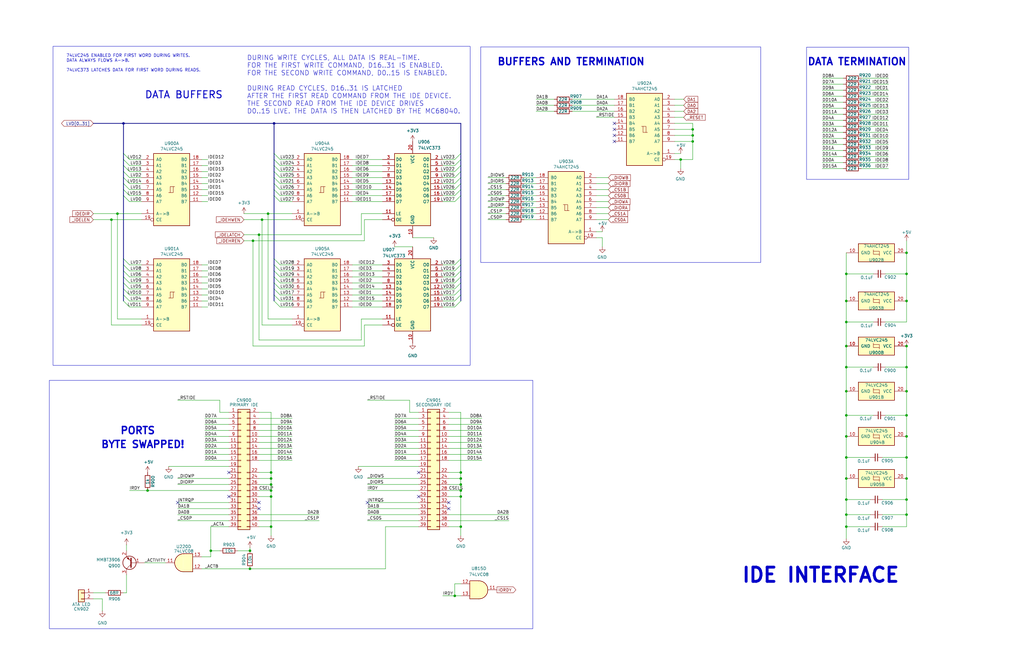
<source format=kicad_sch>
(kicad_sch (version 20231120) (generator "eeschema") (generator_version "8.0")
  (paper "B")
  (title_block (title "AMIGA PCI") (date "2024-06-29") (rev "4.0"))
  (junction (at 356.87 175.26))
  (junction (at 109.22 99.06))
  (junction (at 194.31 209.55))
  (junction (at 191.77 251.46))
  (junction (at 115.57 52.07))
  (junction (at 356.87 115.57))
  (junction (at 356.87 146.05))
  (junction (at 292.1 59.69))
  (junction (at 356.87 193.04))
  (junction (at 356.87 165.1))
  (junction (at 46.99 92.71))
  (junction (at 88.9 232.41))
  (junction (at 356.87 135.89))
  (junction (at 292.1 54.61))
  (junction (at 114.3 209.55))
  (junction (at 382.27 193.04))
  (junction (at 356.87 210.82))
  (junction (at 382.27 146.05))
  (junction (at 105.41 232.41))
  (junction (at 194.31 207.01))
  (junction (at 114.3 199.39))
  (junction (at 382.27 201.93))
  (junction (at 382.27 165.1))
  (junction (at 356.87 154.94))
  (junction (at 62.23 207.01))
  (junction (at 356.87 184.15))
  (junction (at 52.07 52.07))
  (junction (at 194.31 201.93))
  (junction (at 356.87 217.17))
  (junction (at 382.27 106.68))
  (junction (at 382.27 154.94))
  (junction (at 49.53 90.17))
  (junction (at 287.02 67.31))
  (junction (at 114.3 201.93))
  (junction (at 292.1 57.15))
  (junction (at 114.3 222.25))
  (junction (at 194.31 204.47))
  (junction (at 356.87 127))
  (junction (at 106.68 101.6))
  (junction (at 114.3 204.47))
  (junction (at 382.27 175.26))
  (junction (at 382.27 115.57))
  (junction (at 194.31 222.25))
  (junction (at 382.27 210.82))
  (junction (at 356.87 222.25))
  (junction (at 356.87 201.93))
  (junction (at 110.49 92.71))
  (junction (at 114.3 207.01))
  (junction (at 382.27 127))
  (junction (at 382.27 184.15))
  (junction (at 194.31 199.39))
  (junction (at 113.03 90.17))
  (junction (at 105.41 240.03))
  (junction (at 382.27 217.17))
  (no_connect (at 109.22 212.09))
  (no_connect (at 74.93 212.09))
  (no_connect (at 259.08 54.61))
  (no_connect (at 109.22 214.63))
  (no_connect (at 176.53 199.39))
  (no_connect (at 259.08 59.69))
  (no_connect (at 259.08 52.07))
  (no_connect (at 189.23 214.63))
  (no_connect (at 154.94 212.09))
  (no_connect (at 259.08 57.15))
  (no_connect (at 189.23 212.09))
  (no_connect (at 96.52 199.39))
  (no_connect (at 176.53 209.55))
  (no_connect (at 96.52 209.55))
  (bus_entry (at 194.31 121.92) (size -2.54 2.54))
  (bus_entry (at 194.31 114.3) (size -2.54 2.54))
  (bus_entry (at 115.57 80.01) (size 2.54 2.54))
  (bus_entry (at 194.31 119.38) (size -2.54 2.54))
  (bus_entry (at 194.31 64.77) (size -2.54 2.54))
  (bus_entry (at 52.07 127) (size 2.54 2.54))
  (bus_entry (at 115.57 124.46) (size 2.54 2.54))
  (bus_entry (at 194.31 116.84) (size -2.54 2.54))
  (bus_entry (at 115.57 82.55) (size 2.54 2.54))
  (bus_entry (at 52.07 72.39) (size 2.54 2.54))
  (bus_entry (at 52.07 114.3) (size 2.54 2.54))
  (bus_entry (at 52.07 121.92) (size 2.54 2.54))
  (bus_entry (at 52.07 119.38) (size 2.54 2.54))
  (bus_entry (at 194.31 67.31) (size -2.54 2.54))
  (bus_entry (at 115.57 127) (size 2.54 2.54))
  (bus_entry (at 115.57 116.84) (size 2.54 2.54))
  (bus_entry (at 52.07 77.47) (size 2.54 2.54))
  (bus_entry (at 194.31 74.93) (size -2.54 2.54))
  (bus_entry (at 115.57 121.92) (size 2.54 2.54))
  (bus_entry (at 52.07 111.76) (size 2.54 2.54))
  (bus_entry (at 194.31 109.22) (size -2.54 2.54))
  (bus_entry (at 52.07 64.77) (size 2.54 2.54))
  (bus_entry (at 115.57 119.38) (size 2.54 2.54))
  (bus_entry (at 194.31 72.39) (size -2.54 2.54))
  (bus_entry (at 115.57 72.39) (size 2.54 2.54))
  (bus_entry (at 115.57 64.77) (size 2.54 2.54))
  (bus_entry (at 194.31 69.85) (size -2.54 2.54))
  (bus_entry (at 115.57 77.47) (size 2.54 2.54))
  (bus_entry (at 115.57 69.85) (size 2.54 2.54))
  (bus_entry (at 115.57 74.93) (size 2.54 2.54))
  (bus_entry (at 115.57 114.3) (size 2.54 2.54))
  (bus_entry (at 194.31 77.47) (size -2.54 2.54))
  (bus_entry (at 52.07 109.22) (size 2.54 2.54))
  (bus_entry (at 194.31 127) (size -2.54 2.54))
  (bus_entry (at 194.31 124.46) (size -2.54 2.54))
  (bus_entry (at 52.07 116.84) (size 2.54 2.54))
  (bus_entry (at 52.07 67.31) (size 2.54 2.54))
  (bus_entry (at 52.07 74.93) (size 2.54 2.54))
  (bus_entry (at 52.07 80.01) (size 2.54 2.54))
  (bus_entry (at 115.57 67.31) (size 2.54 2.54))
  (bus_entry (at 194.31 82.55) (size -2.54 2.54))
  (bus_entry (at 194.31 111.76) (size -2.54 2.54))
  (bus_entry (at 52.07 82.55) (size 2.54 2.54))
  (bus_entry (at 194.31 80.01) (size -2.54 2.54))
  (bus_entry (at 52.07 124.46) (size 2.54 2.54))
  (bus_entry (at 115.57 109.22) (size 2.54 2.54))
  (bus_entry (at 115.57 111.76) (size 2.54 2.54))
  (bus_entry (at 52.07 69.85) (size 2.54 2.54))
  (wire (pts (xy 363.22 33.02) (xy 374.65 33.02)))
  (wire (pts (xy 251.46 49.53) (xy 259.08 49.53)))
  (wire (pts (xy 292.1 54.61) (xy 292.1 57.15)))
  (wire (pts (xy 118.11 127) (xy 123.19 127)))
  (wire (pts (xy 54.61 74.93) (xy 59.69 74.93)))
  (wire (pts (xy 191.77 127) (xy 186.69 127)))
  (wire (pts (xy 241.3 46.99) (xy 259.08 46.99)))
  (wire (pts (xy 220.98 85.09) (xy 226.06 85.09)))
  (wire (pts (xy 86.36 189.23) (xy 96.52 189.23)))
  (wire (pts (xy 220.98 74.93) (xy 226.06 74.93)))
  (wire (pts (xy 189.23 191.77) (xy 203.2 191.77)))
  (wire (pts (xy 54.61 72.39) (xy 59.69 72.39)))
  (wire (pts (xy 284.48 54.61) (xy 292.1 54.61)))
  (bus (pts (xy 52.07 52.07) (xy 39.37 52.07)))
  (wire (pts (xy 284.48 59.69) (xy 292.1 59.69)))
  (wire (pts (xy 382.27 154.94) (xy 382.27 165.1)))
  (wire (pts (xy 54.61 119.38) (xy 59.69 119.38)))
  (wire (pts (xy 87.63 67.31) (xy 85.09 67.31)))
  (wire (pts (xy 191.77 69.85) (xy 186.69 69.85)))
  (wire (pts (xy 356.87 227.33) (xy 356.87 222.25)))
  (wire (pts (xy 118.11 69.85) (xy 123.19 69.85)))
  (wire (pts (xy 151.13 196.85) (xy 176.53 196.85)))
  (wire (pts (xy 87.63 72.39) (xy 85.09 72.39)))
  (bus (pts (xy 194.31 111.76) (xy 194.31 114.3)))
  (wire (pts (xy 49.53 134.62) (xy 59.69 134.62)))
  (wire (pts (xy 292.1 52.07) (xy 292.1 54.61)))
  (wire (pts (xy 382.27 115.57) (xy 373.38 115.57)))
  (wire (pts (xy 87.63 69.85) (xy 85.09 69.85)))
  (wire (pts (xy 363.22 38.1) (xy 374.65 38.1)))
  (wire (pts (xy 251.46 85.09) (xy 256.54 85.09)))
  (wire (pts (xy 86.36 176.53) (xy 96.52 176.53)))
  (wire (pts (xy 356.87 217.17) (xy 356.87 210.82)))
  (wire (pts (xy 226.06 46.99) (xy 233.68 46.99)))
  (bus (pts (xy 115.57 77.47) (xy 115.57 74.93)))
  (bus (pts (xy 194.31 114.3) (xy 194.31 116.84)))
  (wire (pts (xy 382.27 127) (xy 382.27 135.89)))
  (wire (pts (xy 173.99 100.33) (xy 182.88 100.33)))
  (bus (pts (xy 115.57 124.46) (xy 115.57 127)))
  (wire (pts (xy 372.11 210.82) (xy 382.27 210.82)))
  (wire (pts (xy 241.3 44.45) (xy 259.08 44.45)))
  (bus (pts (xy 52.07 64.77) (xy 52.07 52.07)))
  (wire (pts (xy 87.63 116.84) (xy 85.09 116.84)))
  (bus (pts (xy 115.57 82.55) (xy 115.57 109.22)))
  (wire (pts (xy 74.93 219.71) (xy 96.52 219.71)))
  (wire (pts (xy 102.87 90.17) (xy 113.03 90.17)))
  (wire (pts (xy 356.87 201.93) (xy 356.87 210.82)))
  (wire (pts (xy 368.3 135.89) (xy 356.87 135.89)))
  (wire (pts (xy 346.71 35.56) (xy 355.6 35.56)))
  (bus (pts (xy 52.07 52.07) (xy 115.57 52.07)))
  (wire (pts (xy 118.11 74.93) (xy 123.19 74.93)))
  (bus (pts (xy 115.57 69.85) (xy 115.57 67.31)))
  (wire (pts (xy 86.36 181.61) (xy 96.52 181.61)))
  (wire (pts (xy 363.22 40.64) (xy 374.65 40.64)))
  (wire (pts (xy 189.23 176.53) (xy 203.2 176.53)))
  (wire (pts (xy 191.77 85.09) (xy 186.69 85.09)))
  (wire (pts (xy 118.11 80.01) (xy 123.19 80.01)))
  (wire (pts (xy 205.74 77.47) (xy 213.36 77.47)))
  (wire (pts (xy 88.9 222.25) (xy 96.52 222.25)))
  (wire (pts (xy 118.11 124.46) (xy 123.19 124.46)))
  (wire (pts (xy 96.52 173.99) (xy 92.71 173.99)))
  (wire (pts (xy 191.77 246.38) (xy 191.77 251.46)))
  (wire (pts (xy 191.77 116.84) (xy 186.69 116.84)))
  (wire (pts (xy 166.37 184.15) (xy 176.53 184.15)))
  (wire (pts (xy 109.22 209.55) (xy 114.3 209.55)))
  (wire (pts (xy 382.27 146.05) (xy 382.27 154.94)))
  (wire (pts (xy 86.36 179.07) (xy 96.52 179.07)))
  (bus (pts (xy 115.57 114.3) (xy 115.57 116.84)))
  (wire (pts (xy 113.03 134.62) (xy 113.03 90.17)))
  (wire (pts (xy 148.59 119.38) (xy 161.29 119.38)))
  (bus (pts (xy 52.07 109.22) (xy 52.07 111.76)))
  (wire (pts (xy 109.22 201.93) (xy 114.3 201.93)))
  (wire (pts (xy 54.61 77.47) (xy 59.69 77.47)))
  (wire (pts (xy 39.37 252.73) (xy 43.18 252.73)))
  (wire (pts (xy 86.36 186.69) (xy 96.52 186.69)))
  (wire (pts (xy 114.3 209.55) (xy 114.3 222.25)))
  (wire (pts (xy 49.53 90.17) (xy 59.69 90.17)))
  (wire (pts (xy 109.22 184.15) (xy 123.19 184.15)))
  (wire (pts (xy 166.37 104.14) (xy 173.99 104.14)))
  (wire (pts (xy 152.4 99.06) (xy 109.22 99.06)))
  (wire (pts (xy 251.46 74.93) (xy 256.54 74.93)))
  (wire (pts (xy 54.61 114.3) (xy 59.69 114.3)))
  (wire (pts (xy 284.48 41.91) (xy 288.29 41.91)))
  (wire (pts (xy 148.59 129.54) (xy 161.29 129.54)))
  (wire (pts (xy 148.59 111.76) (xy 161.29 111.76)))
  (wire (pts (xy 71.12 196.85) (xy 96.52 196.85)))
  (wire (pts (xy 109.22 173.99) (xy 114.3 173.99)))
  (wire (pts (xy 356.87 106.68) (xy 356.87 115.57)))
  (wire (pts (xy 346.71 66.04) (xy 355.6 66.04)))
  (wire (pts (xy 118.11 67.31) (xy 123.19 67.31)))
  (bus (pts (xy 52.07 74.93) (xy 52.07 72.39)))
  (wire (pts (xy 382.27 106.68) (xy 382.27 115.57)))
  (wire (pts (xy 363.22 50.8) (xy 374.65 50.8)))
  (bus (pts (xy 52.07 69.85) (xy 52.07 67.31)))
  (wire (pts (xy 161.29 134.62) (xy 152.4 134.62)))
  (wire (pts (xy 166.37 194.31) (xy 176.53 194.31)))
  (wire (pts (xy 189.23 201.93) (xy 194.31 201.93)))
  (wire (pts (xy 161.29 137.16) (xy 153.67 137.16)))
  (wire (pts (xy 346.71 45.72) (xy 355.6 45.72)))
  (wire (pts (xy 292.1 57.15) (xy 292.1 59.69)))
  (wire (pts (xy 189.23 179.07) (xy 203.2 179.07)))
  (wire (pts (xy 191.77 74.93) (xy 186.69 74.93)))
  (wire (pts (xy 74.93 204.47) (xy 96.52 204.47)))
  (wire (pts (xy 153.67 146.05) (xy 106.68 146.05)))
  (wire (pts (xy 86.36 184.15) (xy 96.52 184.15)))
  (wire (pts (xy 251.46 97.79) (xy 254 97.79)))
  (wire (pts (xy 59.69 137.16) (xy 46.99 137.16)))
  (bus (pts (xy 52.07 82.55) (xy 52.07 80.01)))
  (bus (pts (xy 194.31 119.38) (xy 194.31 121.92)))
  (wire (pts (xy 382.27 193.04) (xy 382.27 201.93)))
  (wire (pts (xy 106.68 101.6) (xy 153.67 101.6)))
  (wire (pts (xy 54.61 121.92) (xy 59.69 121.92)))
  (wire (pts (xy 356.87 115.57) (xy 356.87 127)))
  (bus (pts (xy 115.57 67.31) (xy 115.57 64.77)))
  (wire (pts (xy 109.22 194.31) (xy 123.19 194.31)))
  (wire (pts (xy 85.09 240.03) (xy 105.41 240.03)))
  (bus (pts (xy 115.57 119.38) (xy 115.57 121.92)))
  (wire (pts (xy 109.22 99.06) (xy 102.87 99.06)))
  (bus (pts (xy 194.31 121.92) (xy 194.31 124.46)))
  (bus (pts (xy 194.31 82.55) (xy 194.31 109.22)))
  (wire (pts (xy 189.23 189.23) (xy 203.2 189.23)))
  (wire (pts (xy 118.11 114.3) (xy 123.19 114.3)))
  (wire (pts (xy 226.06 41.91) (xy 233.68 41.91)))
  (wire (pts (xy 100.33 232.41) (xy 105.41 232.41)))
  (wire (pts (xy 105.41 240.03) (xy 162.56 240.03)))
  (wire (pts (xy 191.77 111.76) (xy 186.69 111.76)))
  (wire (pts (xy 148.59 77.47) (xy 161.29 77.47)))
  (wire (pts (xy 205.74 82.55) (xy 213.36 82.55)))
  (wire (pts (xy 346.71 33.02) (xy 355.6 33.02)))
  (wire (pts (xy 166.37 186.69) (xy 176.53 186.69)))
  (wire (pts (xy 191.77 82.55) (xy 186.69 82.55)))
  (wire (pts (xy 166.37 189.23) (xy 176.53 189.23)))
  (wire (pts (xy 292.1 59.69) (xy 292.1 67.31)))
  (wire (pts (xy 153.67 137.16) (xy 153.67 146.05)))
  (wire (pts (xy 194.31 207.01) (xy 194.31 209.55)))
  (wire (pts (xy 109.22 181.61) (xy 123.19 181.61)))
  (wire (pts (xy 372.11 217.17) (xy 382.27 217.17)))
  (wire (pts (xy 356.87 146.05) (xy 356.87 154.94)))
  (wire (pts (xy 292.1 67.31) (xy 287.02 67.31)))
  (wire (pts (xy 148.59 85.09) (xy 161.29 85.09)))
  (wire (pts (xy 162.56 222.25) (xy 176.53 222.25)))
  (wire (pts (xy 166.37 181.61) (xy 176.53 181.61)))
  (wire (pts (xy 152.4 134.62) (xy 152.4 143.51)))
  (wire (pts (xy 118.11 119.38) (xy 123.19 119.38)))
  (wire (pts (xy 54.61 111.76) (xy 59.69 111.76)))
  (wire (pts (xy 60.96 237.49) (xy 69.85 237.49)))
  (wire (pts (xy 118.11 72.39) (xy 123.19 72.39)))
  (wire (pts (xy 87.63 111.76) (xy 85.09 111.76)))
  (wire (pts (xy 87.63 129.54) (xy 85.09 129.54)))
  (wire (pts (xy 191.77 124.46) (xy 186.69 124.46)))
  (wire (pts (xy 194.31 222.25) (xy 194.31 226.06)))
  (wire (pts (xy 43.18 252.73) (xy 43.18 257.81)))
  (wire (pts (xy 382.27 201.93) (xy 382.27 210.82)))
  (wire (pts (xy 205.74 85.09) (xy 213.36 85.09)))
  (wire (pts (xy 284.48 46.99) (xy 288.29 46.99)))
  (wire (pts (xy 54.61 207.01) (xy 62.23 207.01)))
  (wire (pts (xy 148.59 124.46) (xy 161.29 124.46)))
  (wire (pts (xy 363.22 71.12) (xy 374.65 71.12)))
  (bus (pts (xy 194.31 80.01) (xy 194.31 77.47)))
  (wire (pts (xy 284.48 44.45) (xy 288.29 44.45)))
  (bus (pts (xy 52.07 114.3) (xy 52.07 116.84)))
  (wire (pts (xy 105.41 231.14) (xy 105.41 232.41)))
  (wire (pts (xy 54.61 116.84) (xy 59.69 116.84)))
  (wire (pts (xy 88.9 234.95) (xy 88.9 232.41)))
  (bus (pts (xy 52.07 124.46) (xy 52.07 127)))
  (wire (pts (xy 251.46 87.63) (xy 256.54 87.63)))
  (wire (pts (xy 74.93 214.63) (xy 96.52 214.63)))
  (bus (pts (xy 52.07 116.84) (xy 52.07 119.38)))
  (bus (pts (xy 194.31 109.22) (xy 194.31 111.76)))
  (wire (pts (xy 382.27 184.15) (xy 382.27 193.04)))
  (wire (pts (xy 363.22 43.18) (xy 374.65 43.18)))
  (wire (pts (xy 153.67 101.6) (xy 153.67 92.71)))
  (wire (pts (xy 53.34 229.87) (xy 53.34 232.41)))
  (wire (pts (xy 284.48 64.77) (xy 287.02 64.77)))
  (wire (pts (xy 346.71 53.34) (xy 355.6 53.34)))
  (wire (pts (xy 54.61 127) (xy 59.69 127)))
  (wire (pts (xy 154.94 201.93) (xy 176.53 201.93)))
  (wire (pts (xy 74.93 201.93) (xy 96.52 201.93)))
  (wire (pts (xy 166.37 179.07) (xy 176.53 179.07)))
  (wire (pts (xy 194.31 246.38) (xy 191.77 246.38)))
  (wire (pts (xy 373.38 175.26) (xy 382.27 175.26)))
  (wire (pts (xy 346.71 40.64) (xy 355.6 40.64)))
  (wire (pts (xy 346.71 58.42) (xy 355.6 58.42)))
  (wire (pts (xy 191.77 114.3) (xy 186.69 114.3)))
  (wire (pts (xy 356.87 127) (xy 356.87 135.89)))
  (bus (pts (xy 115.57 80.01) (xy 115.57 77.47)))
  (wire (pts (xy 154.94 168.91) (xy 172.72 168.91)))
  (wire (pts (xy 152.4 143.51) (xy 109.22 143.51)))
  (bus (pts (xy 194.31 116.84) (xy 194.31 119.38)))
  (wire (pts (xy 367.03 210.82) (xy 356.87 210.82)))
  (wire (pts (xy 284.48 57.15) (xy 292.1 57.15)))
  (wire (pts (xy 191.77 72.39) (xy 186.69 72.39)))
  (wire (pts (xy 205.74 90.17) (xy 213.36 90.17)))
  (bus (pts (xy 115.57 111.76) (xy 115.57 114.3)))
  (wire (pts (xy 189.23 184.15) (xy 203.2 184.15)))
  (wire (pts (xy 109.22 207.01) (xy 114.3 207.01)))
  (wire (pts (xy 346.71 60.96) (xy 355.6 60.96)))
  (wire (pts (xy 241.3 41.91) (xy 259.08 41.91)))
  (wire (pts (xy 363.22 53.34) (xy 374.65 53.34)))
  (wire (pts (xy 54.61 85.09) (xy 59.69 85.09)))
  (wire (pts (xy 52.07 250.19) (xy 53.34 250.19)))
  (wire (pts (xy 148.59 127) (xy 161.29 127)))
  (bus (pts (xy 194.31 82.55) (xy 194.31 80.01)))
  (wire (pts (xy 189.23 207.01) (xy 194.31 207.01)))
  (bus (pts (xy 115.57 52.07) (xy 194.31 52.07)))
  (wire (pts (xy 87.63 82.55) (xy 85.09 82.55)))
  (wire (pts (xy 356.87 154.94) (xy 356.87 165.1)))
  (wire (pts (xy 189.23 186.69) (xy 203.2 186.69)))
  (wire (pts (xy 154.94 219.71) (xy 176.53 219.71)))
  (wire (pts (xy 114.3 201.93) (xy 114.3 204.47)))
  (wire (pts (xy 109.22 186.69) (xy 123.19 186.69)))
  (wire (pts (xy 87.63 80.01) (xy 85.09 80.01)))
  (wire (pts (xy 189.23 199.39) (xy 194.31 199.39)))
  (wire (pts (xy 205.74 92.71) (xy 213.36 92.71)))
  (wire (pts (xy 114.3 204.47) (xy 114.3 207.01)))
  (wire (pts (xy 152.4 90.17) (xy 152.4 99.06)))
  (wire (pts (xy 54.61 67.31) (xy 59.69 67.31)))
  (bus (pts (xy 115.57 64.77) (xy 115.57 52.07)))
  (wire (pts (xy 110.49 137.16) (xy 110.49 92.71)))
  (wire (pts (xy 363.22 55.88) (xy 374.65 55.88)))
  (bus (pts (xy 194.31 72.39) (xy 194.31 69.85)))
  (wire (pts (xy 87.63 127) (xy 85.09 127)))
  (wire (pts (xy 154.94 214.63) (xy 176.53 214.63)))
  (bus (pts (xy 194.31 74.93) (xy 194.31 72.39)))
  (wire (pts (xy 191.77 67.31) (xy 186.69 67.31)))
  (wire (pts (xy 346.71 55.88) (xy 355.6 55.88)))
  (wire (pts (xy 54.61 124.46) (xy 59.69 124.46)))
  (wire (pts (xy 92.71 173.99) (xy 92.71 168.91)))
  (wire (pts (xy 346.71 63.5) (xy 355.6 63.5)))
  (wire (pts (xy 346.71 71.12) (xy 355.6 71.12)))
  (wire (pts (xy 189.23 209.55) (xy 194.31 209.55)))
  (wire (pts (xy 114.3 207.01) (xy 114.3 209.55)))
  (wire (pts (xy 118.11 121.92) (xy 123.19 121.92)))
  (wire (pts (xy 53.34 250.19) (xy 53.34 242.57)))
  (wire (pts (xy 39.37 92.71) (xy 46.99 92.71)))
  (wire (pts (xy 346.71 38.1) (xy 355.6 38.1)))
  (wire (pts (xy 46.99 137.16) (xy 46.99 92.71)))
  (bus (pts (xy 194.31 77.47) (xy 194.31 74.93)))
  (bus (pts (xy 194.31 67.31) (xy 194.31 64.77)))
  (wire (pts (xy 363.22 68.58) (xy 374.65 68.58)))
  (wire (pts (xy 346.71 68.58) (xy 355.6 68.58)))
  (wire (pts (xy 194.31 199.39) (xy 194.31 201.93)))
  (wire (pts (xy 382.27 217.17) (xy 382.27 222.25)))
  (wire (pts (xy 154.94 212.09) (xy 176.53 212.09)))
  (bus (pts (xy 52.07 72.39) (xy 52.07 69.85)))
  (wire (pts (xy 363.22 35.56) (xy 374.65 35.56)))
  (wire (pts (xy 148.59 67.31) (xy 161.29 67.31)))
  (bus (pts (xy 52.07 111.76) (xy 52.07 114.3)))
  (bus (pts (xy 52.07 82.55) (xy 52.07 109.22)))
  (wire (pts (xy 114.3 173.99) (xy 114.3 199.39)))
  (wire (pts (xy 85.09 234.95) (xy 88.9 234.95)))
  (wire (pts (xy 109.22 222.25) (xy 114.3 222.25)))
  (wire (pts (xy 382.27 175.26) (xy 382.27 184.15)))
  (wire (pts (xy 109.22 176.53) (xy 123.19 176.53)))
  (wire (pts (xy 62.23 207.01) (xy 96.52 207.01)))
  (wire (pts (xy 87.63 85.09) (xy 85.09 85.09)))
  (wire (pts (xy 113.03 90.17) (xy 123.19 90.17)))
  (wire (pts (xy 191.77 77.47) (xy 186.69 77.47)))
  (wire (pts (xy 226.06 44.45) (xy 233.68 44.45)))
  (wire (pts (xy 363.22 66.04) (xy 374.65 66.04)))
  (wire (pts (xy 109.22 204.47) (xy 114.3 204.47)))
  (wire (pts (xy 87.63 124.46) (xy 85.09 124.46)))
  (wire (pts (xy 220.98 77.47) (xy 226.06 77.47)))
  (wire (pts (xy 363.22 60.96) (xy 374.65 60.96)))
  (bus (pts (xy 52.07 77.47) (xy 52.07 74.93)))
  (wire (pts (xy 114.3 222.25) (xy 114.3 226.06)))
  (wire (pts (xy 118.11 111.76) (xy 123.19 111.76)))
  (wire (pts (xy 382.27 135.89) (xy 373.38 135.89)))
  (wire (pts (xy 118.11 77.47) (xy 123.19 77.47)))
  (wire (pts (xy 54.61 69.85) (xy 59.69 69.85)))
  (wire (pts (xy 220.98 92.71) (xy 226.06 92.71)))
  (wire (pts (xy 373.38 154.94) (xy 382.27 154.94)))
  (wire (pts (xy 148.59 80.01) (xy 161.29 80.01)))
  (wire (pts (xy 220.98 87.63) (xy 226.06 87.63)))
  (wire (pts (xy 109.22 179.07) (xy 123.19 179.07)))
  (wire (pts (xy 368.3 154.94) (xy 356.87 154.94)))
  (bus (pts (xy 194.31 124.46) (xy 194.31 127)))
  (wire (pts (xy 118.11 129.54) (xy 123.19 129.54)))
  (wire (pts (xy 367.03 222.25) (xy 356.87 222.25)))
  (wire (pts (xy 220.98 82.55) (xy 226.06 82.55)))
  (wire (pts (xy 191.77 251.46) (xy 194.31 251.46)))
  (wire (pts (xy 191.77 80.01) (xy 186.69 80.01)))
  (wire (pts (xy 87.63 114.3) (xy 85.09 114.3)))
  (bus (pts (xy 52.07 67.31) (xy 52.07 64.77)))
  (wire (pts (xy 220.98 80.01) (xy 226.06 80.01)))
  (wire (pts (xy 205.74 87.63) (xy 213.36 87.63)))
  (wire (pts (xy 220.98 90.17) (xy 226.06 90.17)))
  (wire (pts (xy 205.74 80.01) (xy 213.36 80.01)))
  (wire (pts (xy 287.02 67.31) (xy 284.48 67.31)))
  (bus (pts (xy 115.57 121.92) (xy 115.57 124.46)))
  (bus (pts (xy 115.57 82.55) (xy 115.57 80.01)))
  (wire (pts (xy 46.99 92.71) (xy 59.69 92.71)))
  (wire (pts (xy 87.63 119.38) (xy 85.09 119.38)))
  (wire (pts (xy 109.22 143.51) (xy 109.22 99.06)))
  (wire (pts (xy 189.23 204.47) (xy 194.31 204.47)))
  (wire (pts (xy 154.94 217.17) (xy 176.53 217.17)))
  (wire (pts (xy 382.27 101.6) (xy 382.27 106.68)))
  (wire (pts (xy 162.56 240.03) (xy 162.56 222.25)))
  (wire (pts (xy 110.49 92.71) (xy 123.19 92.71)))
  (wire (pts (xy 189.23 173.99) (xy 194.31 173.99)))
  (bus (pts (xy 52.07 80.01) (xy 52.07 77.47)))
  (wire (pts (xy 251.46 90.17) (xy 256.54 90.17)))
  (wire (pts (xy 189.23 181.61) (xy 203.2 181.61)))
  (bus (pts (xy 52.07 119.38) (xy 52.07 121.92)))
  (wire (pts (xy 191.77 119.38) (xy 186.69 119.38)))
  (wire (pts (xy 382.27 115.57) (xy 382.27 127)))
  (wire (pts (xy 363.22 45.72) (xy 374.65 45.72)))
  (wire (pts (xy 356.87 222.25) (xy 356.87 217.17)))
  (wire (pts (xy 194.31 204.47) (xy 194.31 207.01)))
  (wire (pts (xy 123.19 137.16) (xy 110.49 137.16)))
  (bus (pts (xy 115.57 72.39) (xy 115.57 69.85)))
  (wire (pts (xy 87.63 77.47) (xy 85.09 77.47)))
  (wire (pts (xy 363.22 58.42) (xy 374.65 58.42)))
  (wire (pts (xy 356.87 175.26) (xy 356.87 184.15)))
  (wire (pts (xy 382.27 210.82) (xy 382.27 217.17)))
  (wire (pts (xy 109.22 217.17) (xy 134.62 217.17)))
  (wire (pts (xy 166.37 176.53) (xy 176.53 176.53)))
  (wire (pts (xy 194.31 173.99) (xy 194.31 199.39)))
  (wire (pts (xy 356.87 135.89) (xy 356.87 146.05)))
  (wire (pts (xy 251.46 77.47) (xy 256.54 77.47)))
  (wire (pts (xy 356.87 184.15) (xy 356.87 193.04)))
  (wire (pts (xy 189.23 222.25) (xy 194.31 222.25)))
  (wire (pts (xy 113.03 134.62) (xy 123.19 134.62)))
  (wire (pts (xy 189.23 217.17) (xy 214.63 217.17)))
  (wire (pts (xy 109.22 191.77) (xy 123.19 191.77)))
  (wire (pts (xy 172.72 173.99) (xy 172.72 168.91)))
  (wire (pts (xy 106.68 146.05) (xy 106.68 101.6)))
  (wire (pts (xy 367.03 217.17) (xy 356.87 217.17)))
  (wire (pts (xy 86.36 191.77) (xy 96.52 191.77)))
  (wire (pts (xy 109.22 199.39) (xy 114.3 199.39)))
  (wire (pts (xy 194.31 209.55) (xy 194.31 222.25)))
  (wire (pts (xy 166.37 191.77) (xy 176.53 191.77)))
  (wire (pts (xy 86.36 194.31) (xy 96.52 194.31)))
  (wire (pts (xy 194.31 201.93) (xy 194.31 204.47)))
  (wire (pts (xy 87.63 121.92) (xy 85.09 121.92)))
  (wire (pts (xy 39.37 250.19) (xy 44.45 250.19)))
  (wire (pts (xy 372.11 193.04) (xy 382.27 193.04)))
  (wire (pts (xy 251.46 92.71) (xy 256.54 92.71)))
  (wire (pts (xy 363.22 48.26) (xy 374.65 48.26)))
  (wire (pts (xy 186.69 251.46) (xy 191.77 251.46)))
  (wire (pts (xy 118.11 116.84) (xy 123.19 116.84)))
  (wire (pts (xy 109.22 189.23) (xy 123.19 189.23)))
  (wire (pts (xy 205.74 74.93) (xy 213.36 74.93)))
  (wire (pts (xy 356.87 165.1) (xy 356.87 175.26)))
  (wire (pts (xy 346.71 50.8) (xy 355.6 50.8)))
  (wire (pts (xy 382.27 165.1) (xy 382.27 175.26)))
  (wire (pts (xy 189.23 194.31) (xy 203.2 194.31)))
  (wire (pts (xy 118.11 85.09) (xy 123.19 85.09)))
  (wire (pts (xy 189.23 219.71) (xy 214.63 219.71)))
  (wire (pts (xy 148.59 82.55) (xy 161.29 82.55)))
  (wire (pts (xy 88.9 232.41) (xy 88.9 222.25)))
  (wire (pts (xy 148.59 72.39) (xy 161.29 72.39)))
  (bus (pts (xy 115.57 109.22) (xy 115.57 111.76)))
  (wire (pts (xy 154.94 204.47) (xy 176.53 204.47)))
  (wire (pts (xy 54.61 129.54) (xy 59.69 129.54)))
  (wire (pts (xy 148.59 114.3) (xy 161.29 114.3)))
  (wire (pts (xy 102.87 92.71) (xy 110.49 92.71)))
  (wire (pts (xy 363.22 63.5) (xy 374.65 63.5)))
  (wire (pts (xy 372.11 222.25) (xy 382.27 222.25)))
  (wire (pts (xy 88.9 232.41) (xy 92.71 232.41)))
  (wire (pts (xy 367.03 193.04) (xy 356.87 193.04)))
  (wire (pts (xy 153.67 92.71) (xy 161.29 92.71)))
  (wire (pts (xy 74.93 212.09) (xy 96.52 212.09)))
  (bus (pts (xy 52.07 121.92) (xy 52.07 124.46)))
  (bus (pts (xy 115.57 74.93) (xy 115.57 72.39)))
  (wire (pts (xy 287.02 67.31) (xy 287.02 71.12)))
  (wire (pts (xy 154.94 207.01) (xy 176.53 207.01)))
  (wire (pts (xy 368.3 175.26) (xy 356.87 175.26)))
  (wire (pts (xy 161.29 90.17) (xy 152.4 90.17)))
  (wire (pts (xy 148.59 74.93) (xy 161.29 74.93)))
  (wire (pts (xy 346.71 48.26) (xy 355.6 48.26)))
  (wire (pts (xy 148.59 121.92) (xy 161.29 121.92)))
  (wire (pts (xy 109.22 219.71) (xy 134.62 219.71)))
  (wire (pts (xy 254 100.33) (xy 251.46 100.33)))
  (wire (pts (xy 346.71 43.18) (xy 355.6 43.18)))
  (wire (pts (xy 356.87 193.04) (xy 356.87 201.93)))
  (bus (pts (xy 194.31 69.85) (xy 194.31 67.31)))
  (wire (pts (xy 284.48 49.53) (xy 288.29 49.53)))
  (wire (pts (xy 148.59 69.85) (xy 161.29 69.85)))
  (wire (pts (xy 39.37 90.17) (xy 49.53 90.17)))
  (wire (pts (xy 54.61 82.55) (xy 59.69 82.55)))
  (wire (pts (xy 191.77 121.92) (xy 186.69 121.92)))
  (wire (pts (xy 284.48 52.07) (xy 292.1 52.07)))
  (wire (pts (xy 118.11 82.55) (xy 123.19 82.55)))
  (bus (pts (xy 115.57 116.84) (xy 115.57 119.38)))
  (wire (pts (xy 114.3 199.39) (xy 114.3 201.93)))
  (wire (pts (xy 74.93 168.91) (xy 92.71 168.91)))
  (wire (pts (xy 251.46 82.55) (xy 256.54 82.55)))
  (wire (pts (xy 254 100.33) (xy 254 104.14)))
  (wire (pts (xy 176.53 173.99) (xy 172.72 173.99)))
  (wire (pts (xy 54.61 80.01) (xy 59.69 80.01)))
  (wire (pts (xy 74.93 217.17) (xy 96.52 217.17)))
  (wire (pts (xy 49.53 134.62) (xy 49.53 90.17)))
  (wire (pts (xy 251.46 80.01) (xy 256.54 80.01)))
  (wire (pts (xy 191.77 129.54) (xy 186.69 129.54)))
  (wire (pts (xy 102.87 101.6) (xy 106.68 101.6)))
  (wire (pts (xy 148.59 116.84) (xy 161.29 116.84)))
  (bus (pts (xy 194.31 64.77) (xy 194.31 52.07)))
  (wire (pts (xy 368.3 115.57) (xy 356.87 115.57)))
  (wire (pts (xy 87.63 74.93) (xy 85.09 74.93)))
  (rectangle (start 340.1 19.939) (end 383.2 75.7))
  (rectangle (start 202.692 19.812) (end 320.802 110.744))
  (rectangle (start 20.817 160.5) (end 224.7 265.296))
  (rectangle (start 22.352 19.558) (end 198.247 154.178))
  (text "PORTS" (at 50.546 183.642 0) (effects (font (size 3 3) (bold yes)) (justify left bottom)))
  (text "BUFFERS AND TERMINATION" (at 209.55 27.94 0) (effects (font (size 3 3) (bold yes)) (justify left bottom)))
  (text "DATA TERMINATION" (at 340.36 27.94 0) (effects (font (size 3 3) (thickness 0.6) (bold yes)) (justify left bottom)))
  (text "DATA BUFFERS" (at 60.96 41.91 0) (effects (font (size 3 3) (thickness 0.4) (bold yes)) (justify left bottom)))
  (text "74LVC245 ENABLED FOR FIRST WORD DURING WRITES.\nDATA ALWAYS FLOWS A->B.\n\n74LVC373 LATCHES DATA FOR FIRST WORD DURING READS." (at 27.94 30.48 0) (effects (font (size 1.27 1.27)) (justify left bottom)))
  (text "IDE INTERFACE" (at 312.42 246.38 0) (effects (font (size 6 6) (thickness 1.2) (bold yes)) (justify left bottom)))
  (text "BYTE SWAPPED!" (at 42.418 189.484 0) (effects (font (size 3 3) (thickness 0.6) (bold yes)) (justify left bottom)))
  (text "DURING WRITE CYCLES, ALL DATA IS REAL-TIME. \nFOR THE FIRST WRITE COMMAND, D16..31 IS ENABLED.\nFOR THE SECOND WRITE COMMAND, D0..15 IS ENABLED.\n\nDURING READ CYCLES, D16..31 IS LATCHED \nAFTER THE FIRST READ COMMAND FROM THE IDE DEVICE.\nTHE SECOND READ FROM THE IDE DEVICE DRIVES\nD0..15 LIVE. THE DATA IS THEN LATCHED BY THE MC68040." (at 104.14 48.26 0) (effects (font (size 2 2)) (justify left bottom)))
  (label "DD8A" (at 346.71 33.02 0))
  (label "DD12A" (at 203.2 186.69 180))
  (label "IRDY" (at 186.69 251.46 0))
  (label "_CS0S" (at 154.94 219.71 0))
  (label "LVD17" (at 118.11 124.46 0))
  (label "LVD20" (at 191.77 82.55 180))
  (label "IDED8" (at 87.63 114.3 0))
  (label "DD5A" (at 86.36 181.61 0))
  (label "IDED10" (at 149.86 80.01 0))
  (label "DD0A" (at 86.36 194.31 0))
  (label "LVD14" (at 59.69 77.47 180))
  (label "DD1A" (at 166.37 191.77 0))
  (label "LVD13" (at 59.69 72.39 180))
  (label "IDED9" (at 149.86 74.93 0))
  (label "DD13A" (at 203.2 189.23 180))
  (label "DD6A" (at 166.37 179.07 0))
  (label "LVD11" (at 59.69 129.54 180))
  (label "IDED1" (at 151.13 124.46 0))
  (label "DA1B" (at 74.93 214.63 0))
  (label "DD3A" (at 86.36 186.69 0))
  (label "DD3A" (at 166.37 186.69 0))
  (label "IDED4" (at 149.86 82.55 0))
  (label "LVD19" (at 191.77 114.3 180))
  (label "DD6A" (at 346.71 40.64 0))
  (label "DD1A" (at 86.36 191.77 0))
  (label "LVD26" (at 191.77 80.01 180))
  (label "IDED13" (at 374.65 45.72 180))
  (label "LVD28" (at 118.11 111.76 0))
  (label "_DIOWP" (at 205.74 85.09 0))
  (label "DD2A" (at 166.37 189.23 0))
  (label "IDED13" (at 87.63 72.39 0))
  (label "LVD7" (at 59.69 111.76 180))
  (label "IDED0" (at 151.13 129.54 0))
  (label "_DIORS" (at 205.74 77.47 0))
  (label "DD15A" (at 203.2 194.31 180))
  (label "DD6A" (at 86.36 179.07 0))
  (label "IDED14" (at 151.13 121.92 0))
  (label "_DIORP" (at 205.74 87.63 0))
  (label "LVD21" (at 118.11 77.47 0))
  (label "IDED12" (at 374.65 50.8 180))
  (label "IDED4" (at 374.65 55.88 180))
  (label "DD9A" (at 203.2 179.07 180))
  (label "DD0A" (at 346.71 68.58 0))
  (label "_ACTB" (at 86.36 240.03 0))
  (label "IDED8" (at 374.65 68.58 180))
  (label "LVD26" (at 118.11 80.01 0))
  (label "LVD16" (at 118.11 129.54 0))
  (label "LVD2" (at 59.69 74.93 180))
  (label "DA2A" (at 251.46 46.99 0))
  (label "_RSTIDE" (at 251.46 49.53 0))
  (label "LVD20" (at 118.11 82.55 0))
  (label "LVD24" (at 191.77 69.85 180))
  (label "DD4A" (at 346.71 50.8 0))
  (label "LVD8" (at 59.69 114.3 180))
  (label "IDED6" (at 87.63 116.84 0))
  (label "IDED14" (at 87.63 77.47 0))
  (label "DD9A" (at 123.19 179.07 180))
  (label "LVD22" (at 191.77 72.39 180))
  (label "LVD3" (at 59.69 69.85 180))
  (label "LVD0" (at 59.69 85.09 180))
  (label "DD7A" (at 346.71 35.56 0))
  (label "LVD29" (at 191.77 116.84 180))
  (label "LVD23" (at 191.77 67.31 180))
  (label "IDED10" (at 87.63 124.46 0))
  (label "LVD9" (at 59.69 119.38 180))
  (label "DD5A" (at 166.37 181.61 0))
  (label "IDED6" (at 149.86 72.39 0))
  (label "DA1B" (at 154.94 214.63 0))
  (label "DD11A" (at 123.19 184.15 180))
  (label "LVD23" (at 118.11 67.31 0))
  (label "_DIOWS" (at 154.94 201.93 0))
  (label "IDED7" (at 374.65 71.12 180))
  (label "IDED3" (at 151.13 114.3 0))
  (label "LVD22" (at 118.11 72.39 0))
  (label "IRDY" (at 54.61 207.01 0))
  (label "_CS1P" (at 134.62 219.71 180))
  (label "_DIOWS" (at 205.74 74.93 0))
  (label "IDED8" (at 149.86 69.85 0))
  (label "_CS1P" (at 205.74 90.17 0))
  (label "INTRQP" (at 74.93 212.09 0))
  (label "IDED15" (at 374.65 35.56 180))
  (label "IDED15" (at 87.63 82.55 0))
  (label "IDED1" (at 374.65 38.1 180))
  (label "IDED6" (at 374.65 66.04 180))
  (label "LVD31" (at 191.77 127 180))
  (label "_CS0P" (at 74.93 219.71 0))
  (label "DD10A" (at 123.19 181.61 180))
  (label "IDED0" (at 374.65 33.02 180))
  (label "IDED3" (at 87.63 69.85 0))
  (label "CSELP" (at 109.22 207.01 0))
  (label "LVD6" (at 59.69 116.84 180))
  (label "IDED5" (at 374.65 60.96 180))
  (label "DD0A" (at 166.37 194.31 0))
  (label "DD15A" (at 123.19 194.31 180))
  (label "LVD30" (at 118.11 121.92 0))
  (label "IDED11" (at 149.86 85.09 0))
  (label "LVD24" (at 118.11 69.85 0))
  (label "LVD25" (at 191.77 74.93 180))
  (label "DD10A" (at 346.71 43.18 0))
  (label "_ACTA" (at 88.9 222.25 0))
  (label "LVD30" (at 191.77 121.92 180))
  (label "DD8A" (at 203.2 176.53 180))
  (label "IDED15" (at 151.13 127 0))
  (label "IDED11" (at 87.63 129.54 0))
  (label "LVD27" (at 191.77 85.09 180))
  (label "LVD17" (at 191.77 124.46 180))
  (label "LVD10" (at 59.69 124.46 180))
  (label "IDED0" (at 87.63 85.09 0))
  (label "DA0A" (at 251.46 44.45 0))
  (label "IDED13" (at 151.13 116.84 0))
  (label "DA2B" (at 214.63 217.17 180))
  (label "LVD15" (at 59.69 82.55 180))
  (label "LVD21" (at 191.77 77.47 180))
  (label "_ACTIVITY" (at 69.85 237.49 180))
  (label "DD8A" (at 123.19 176.53 180))
  (label "LVD27" (at 118.11 85.09 0))
  (label "IDED7" (at 149.86 67.31 0))
  (label "IDED10" (at 374.65 58.42 180))
  (label "IDED1" (at 87.63 80.01 0))
  (label "LVD19" (at 118.11 114.3 0))
  (label "DD15A" (at 346.71 71.12 0))
  (label "DD2A" (at 346.71 58.42 0))
  (label "_CS0S" (at 205.74 82.55 0))
  (label "IDED14" (at 374.65 40.64 180))
  (label "IDED12" (at 87.63 67.31 0))
  (label "_CS1S" (at 214.63 219.71 180))
  (label "_RSTIDE" (at 74.93 168.91 0))
  (label "DA2B" (at 226.06 46.99 0))
  (label "_DIORS" (at 154.94 204.47 0))
  (label "DD14A" (at 123.19 191.77 180))
  (label "LVD28" (at 191.77 111.76 180))
  (label "DD7A" (at 86.36 176.53 0))
  (label "DD9A" (at 346.71 38.1 0))
  (label "LVD12" (at 59.69 67.31 180))
  (label "IDED3" (at 374.65 48.26 180))
  (label "LVD25" (at 118.11 74.93 0))
  (label "DD4A" (at 86.36 184.15 0))
  (label "DD11A" (at 346.71 48.26 0))
  (label "CSELS" (at 189.23 207.01 0))
  (label "IDED9" (at 374.65 63.5 180))
  (label "DD11A" (at 203.2 184.15 180))
  (label "DD4A" (at 166.37 184.15 0))
  (label "LVD16" (at 191.77 129.54 180))
  (label "LVD18" (at 191.77 119.38 180))
  (label "_DIORP" (at 74.93 204.47 0))
  (label "IRDY" (at 154.94 207.01 0))
  (label "IDED11" (at 374.65 53.34 180))
  (label "DA0B" (at 154.94 217.17 0))
  (label "DD7A" (at 166.37 176.53 0))
  (label "DD13A" (at 123.19 189.23 180))
  (label "DD3A" (at 346.71 53.34 0))
  (label "IDED12" (at 151.13 111.76 0))
  (label "_CS1S" (at 205.74 80.01 0))
  (label "DA2B" (at 134.62 217.17 180))
  (label "DD2A" (at 86.36 189.23 0))
  (label "IDED2" (at 374.65 43.18 180))
  (label "IDED7" (at 87.63 111.76 0))
  (label "DA1B" (at 226.06 41.91 0))
  (label "DA0B" (at 74.93 217.17 0))
  (label "_RSTIDE" (at 154.94 168.91 0))
  (label "_CS0P" (at 205.74 92.71 0))
  (label "LVD18" (at 118.11 119.38 0))
  (label "LVD31" (at 118.11 127 0))
  (label "_DIOWP" (at 74.93 201.93 0))
  (label "DD1A" (at 346.71 63.5 0))
  (label "DD12A" (at 123.19 186.69 180))
  (label "IDED5" (at 149.86 77.47 0))
  (label "LVD4" (at 59.69 127 180))
  (label "DD13A" (at 346.71 60.96 0))
  (label "INTRQS" (at 154.94 212.09 0))
  (label "DA0B" (at 226.06 44.45 0))
  (label "IDED5" (at 87.63 121.92 0))
  (label "DD14A" (at 346.71 66.04 0))
  (label "LVD1" (at 59.69 80.01 180))
  (label "IDED9" (at 87.63 119.38 0))
  (label "LVD5" (at 59.69 121.92 180))
  (label "DD10A" (at 203.2 181.61 180))
  (label "DD14A" (at 203.2 191.77 180))
  (label "IDED2" (at 87.63 74.93 0))
  (label "LVD29" (at 118.11 116.84 0))
  (label "DD5A" (at 346.71 45.72 0))
  (label "DA1A" (at 251.46 41.91 0))
  (label "IDED2" (at 151.13 119.38 0))
  (label "DD12A" (at 346.71 55.88 0))
  (label "IDED4" (at 87.63 127 0))
  (global_label "_CS1B" (shape input) (at 256.54 80.01 0) (property "Intersheetrefs" "${INTERSHEET_REFS}" (at 265.3724 80.01 0) (effects (justify left))))
  (global_label "_DIOWB" (shape input) (at 256.54 74.93 0) (property "Intersheetrefs" "${INTERSHEET_REFS}" (at 266.3401 74.93 0) (effects (justify left))))
  (global_label "_CS0B" (shape input) (at 256.54 82.55 0) (property "Intersheetrefs" "${INTERSHEET_REFS}" (at 265.3724 82.55 0) (effects (justify left))))
  (global_label "DA1" (shape input) (at 288.29 41.91 0) (property "Intersheetrefs" "${INTERSHEET_REFS}" (at 294.8433 41.91 0) (effects (justify left))))
  (global_label "_IDELEN" (shape input) (at 39.37 92.71 180) (property "Intersheetrefs" "${INTERSHEET_REFS}" (at 28.9652 92.71 0) (effects (justify right))))
  (global_label "_DIOWA" (shape input) (at 256.54 85.09 0) (property "Intersheetrefs" "${INTERSHEET_REFS}" (at 266.1587 85.09 0) (effects (justify left))))
  (global_label "DA2" (shape input) (at 288.29 46.99 0) (property "Intersheetrefs" "${INTERSHEET_REFS}" (at 294.8433 46.99 0) (effects (justify left))))
  (global_label "_CS0A" (shape input) (at 256.54 92.71 0) (property "Intersheetrefs" "${INTERSHEET_REFS}" (at 265.191 92.71 0) (effects (justify left))))
  (global_label "IORDY" (shape output) (at 209.55 248.92 0) (property "Intersheetrefs" "${INTERSHEET_REFS}" (at 217.438 248.8406 0) (effects (justify left))))
  (global_label "IDEDIR" (shape input) (at 39.37 90.17 180) (effects (font (size 1.2954 1.2954))) (property "Intersheetrefs" "${INTERSHEET_REFS}" (at 31.3436 90.1192 0) (effects (justify right))))
  (global_label "_IDEHWEN" (shape input) (at 102.87 92.71 180) (property "Intersheetrefs" "${INTERSHEET_REFS}" (at 90.632 92.71 0) (effects (justify right))))
  (global_label "LVD[0..31]" (shape bidirectional) (at 39.37 52.07 180) (property "Intersheetrefs" "${INTERSHEET_REFS}" (at 42.545 54.991 0) (effects (justify right))))
  (global_label "_DIORB" (shape input) (at 256.54 77.47 0) (property "Intersheetrefs" "${INTERSHEET_REFS}" (at 266.1587 77.47 0) (effects (justify left))))
  (global_label "_CS1A" (shape input) (at 256.54 90.17 0) (property "Intersheetrefs" "${INTERSHEET_REFS}" (at 265.191 90.17 0) (effects (justify left))))
  (global_label "_IDEHREN" (shape input) (at 102.87 101.6 180) (property "Intersheetrefs" "${INTERSHEET_REFS}" (at 90.8134 101.6 0) (effects (justify right))))
  (global_label "_IDELATCH" (shape input) (at 102.87 99.06 180) (property "Intersheetrefs" "${INTERSHEET_REFS}" (at 90.288 99.06 0) (effects (justify right))))
  (global_label "_RESET" (shape input) (at 288.29 49.53 0) (property "Intersheetrefs" "${INTERSHEET_REFS}" (at 297.9085 49.53 0) (effects (justify left))))
  (global_label "DA0" (shape input) (at 288.29 44.45 0) (property "Intersheetrefs" "${INTERSHEET_REFS}" (at 294.8433 44.45 0) (effects (justify left))))
  (global_label "_DIORA" (shape input) (at 256.54 87.63 0) (property "Intersheetrefs" "${INTERSHEET_REFS}" (at 265.9773 87.63 0) (effects (justify left))))
  (symbol (lib_id "Device:R") (at 237.49 46.99 270) (unit 1)
    (property "Reference" "R909" (at 240.284 45.72 90) (effects (justify left)))
    (property "Value" "22R" (at 235.458 46.99 90) (effects (justify left)))
    (property "Footprint" "Resistor_SMD:R_0603_1608Metric" (effects (hide yes)))
  )
  (symbol (lib_id "Device:C_Small") (at 369.57 217.17 270) (unit 1)
    (property "Reference" "C907" (at 371.602 218.567 90) (effects (justify left)))
    (property "Value" "0.1uF" (at 361.569 218.694 90) (effects (justify left)))
    (property "Footprint" "Capacitor_SMD:C_0603_1608Metric" (effects (hide yes)))
  )
  (symbol (lib_id "AmigaPCI-Symbols:Conn_02x20_IDE") (at 101.6 196.85 0) (unit 1)
    (property "Reference" "CN900" (at 102.87 168.91 0))
    (property "Value" "PRIMARY IDE" (at 102.87 170.831 0))
    (property "Footprint" "AmigaPCI:ATA_Header_2x20_P2.54mm" (effects (hide yes)))
  )
  (symbol (lib_id "AmigaPCI-Symbols:74LVC245") (at 369.57 106.68 270) (unit 2)
    (property "Reference" "U902" (at 369.57 109.728 90))
    (property "Value" "74AHCT245" (at 369.57 103.886 90))
    (property "Footprint" "Package_SO:TSSOP-20_4.4x6.5mm_P0.65mm" (effects (hide yes)))
    (property "Datasheet" "http://www.ti.com/lit/gpn/sn74LS245" (effects (hide yes)))
  )
  (symbol (lib_id "Device:R") (at 359.41 35.56 270) (unit 1)
    (property "Reference" "R921" (at 362.204 34.29 90) (effects (justify left)))
    (property "Value" "22R" (at 357.378 35.56 90) (effects (justify left)))
    (property "Footprint" "Resistor_SMD:R_0603_1608Metric" (effects (hide yes)))
  )
  (symbol (lib_id "AmigaPCI-Symbols:74LVC245") (at 135.89 80.01 0) (unit 1)
    (property "Reference" "U904" (at 135.89 60.5282 0))
    (property "Value" "74LVC245" (at 135.89 62.8396 0))
    (property "Footprint" "Package_SO:TSSOP-20_4.4x6.5mm_P0.65mm" (effects (hide yes)))
    (property "Datasheet" "http://www.ti.com/lit/gpn/sn74LS245" (effects (hide yes)))
  )
  (symbol (lib_id "AmigaPCI-Symbols:Conn_02x20_IDE") (at 181.61 196.85 0) (unit 1)
    (property "Reference" "CN901" (at 182.88 168.91 0))
    (property "Value" "SECONDARY IDE" (at 182.88 170.831 0))
    (property "Footprint" "AmigaPCI:ATA_Header_2x20_P2.54mm" (effects (hide yes)))
  )
  (symbol (lib_id "Device:R") (at 217.17 74.93 270) (unit 1)
    (property "Reference" "R910" (at 219.964 73.66 90) (effects (justify left)))
    (property "Value" "22R" (at 215.138 74.93 90) (effects (justify left)))
    (property "Footprint" "Resistor_SMD:R_0603_1608Metric" (effects (hide yes)))
  )
  (symbol (lib_id "Transistor_BJT:MMBT3906") (at 55.88 237.49 180) (unit 1)
    (property "Reference" "Q900" (at 50.8 238.7601 0) (effects (justify left)))
    (property "Value" "MMBT3906" (at 50.8 236.2201 0) (effects (justify left)))
    (property "Footprint" "Package_TO_SOT_SMD:SOT-23" (effects (hide yes)))
    (property "Datasheet" "https://www.onsemi.com/pdf/datasheet/pzt3906-d.pdf" (effects (hide yes)))
    (property "Description" "-0.2A Ic, -40V Vce, Small Signal PNP Transistor, SOT-23" (effects (hide yes)))
  )
  (symbol (lib_id "Device:R") (at 96.52 232.41 90) (unit 1)
    (property "Reference" "R903" (at 99.06 229.87 90) (effects (justify left)))
    (property "Value" "10k" (at 98.425 232.41 90) (effects (justify left)))
    (property "Footprint" "Resistor_SMD:R_0603_1608Metric" (effects (hide yes)))
  )
  (symbol (lib_id "Device:R") (at 359.41 71.12 270) (unit 1)
    (property "Reference" "R936" (at 362.204 69.85 90) (effects (justify left)))
    (property "Value" "22R" (at 357.378 71.12 90) (effects (justify left)))
    (property "Footprint" "Resistor_SMD:R_0603_1608Metric" (effects (hide yes)))
  )
  (symbol (lib_id "Device:R") (at 359.41 43.18 270) (unit 1)
    (property "Reference" "R924" (at 362.204 41.91 90) (effects (justify left)))
    (property "Value" "22R" (at 357.378 43.18 90) (effects (justify left)))
    (property "Footprint" "Resistor_SMD:R_0603_1608Metric" (effects (hide yes)))
  )
  (symbol (lib_id "Device:R") (at 359.41 40.64 270) (unit 1)
    (property "Reference" "R923" (at 362.204 39.37 90) (effects (justify left)))
    (property "Value" "22R" (at 357.378 40.64 90) (effects (justify left)))
    (property "Footprint" "Resistor_SMD:R_0603_1608Metric" (effects (hide yes)))
  )
  (symbol (lib_id "Device:R") (at 237.49 41.91 270) (unit 1)
    (property "Reference" "R907" (at 240.284 40.64 90) (effects (justify left)))
    (property "Value" "22R" (at 235.458 41.91 90) (effects (justify left)))
    (property "Footprint" "Resistor_SMD:R_0603_1608Metric" (effects (hide yes)))
  )
  (symbol (lib_id "power:GND") (at 71.12 196.85 0) (unit 1)
    (property "Reference" "#PWR0294" (effects (hide yes)))
    (property "Value" "GND" (at 71.12 201.2934 0))
  )
  (symbol (lib_id "Device:R") (at 359.41 53.34 270) (unit 1)
    (property "Reference" "R928" (at 362.204 52.07 90) (effects (justify left)))
    (property "Value" "22R" (at 357.378 53.34 90) (effects (justify left)))
    (property "Footprint" "Resistor_SMD:R_0603_1608Metric" (effects (hide yes)))
  )
  (symbol (lib_id "power:GND") (at 356.87 227.33 0) (unit 1)
    (property "Reference" "#PWR034" (effects (hide yes)))
    (property "Value" "GND" (at 354.838 231.14 0) (effects (justify left)))
  )
  (symbol (lib_id "74xx:74HC373") (at 173.99 124.46 0) (unit 1)
    (property "Reference" "U907" (at 161.29 105.41 0) (effects (justify left)))
    (property "Value" "74LVC373" (at 161.29 107.95 0) (effects (justify left)))
    (property "Footprint" "Package_SO:TSSOP-20_4.4x6.5mm_P0.65mm" (effects (hide yes)))
    (property "Datasheet" "https://www.ti.com/lit/ds/symlink/cd54hc373.pdf" (effects (hide yes)))
  )
  (symbol (lib_name "GND_1") (lib_id "power:GND") (at 43.18 257.81 0) (unit 1)
    (property "Reference" "#PWR032" (effects (hide yes)))
    (property "Value" "GND" (at 43.18 262.89 0))
    (property "Description" "Power symbol creates a global label with name \"GND\" , ground" (effects (hide yes)))
  )
  (symbol (lib_id "74xx:74LS08") (at 201.93 248.92 0) (unit 4)
    (property "Reference" "U815" (at 201.9217 239.903 0))
    (property "Value" "74LVC08" (at 201.9217 242.443 0))
    (property "Footprint" "Package_SO:TSSOP-14_4.4x5mm_P0.65mm" (effects (hide yes)))
    (property "Datasheet" "http://www.ti.com/lit/gpn/sn74LS08" (effects (hide yes)))
  )
  (symbol (lib_id "Device:R") (at 217.17 80.01 270) (unit 1)
    (property "Reference" "R914" (at 219.964 78.74 90) (effects (justify left)))
    (property "Value" "22R" (at 215.138 80.01 90) (effects (justify left)))
    (property "Footprint" "Resistor_SMD:R_0603_1608Metric" (effects (hide yes)))
  )
  (symbol (lib_id "Device:R") (at 359.41 38.1 270) (unit 1)
    (property "Reference" "R922" (at 362.204 36.83 90) (effects (justify left)))
    (property "Value" "22R" (at 357.378 38.1 90) (effects (justify left)))
    (property "Footprint" "Resistor_SMD:R_0603_1608Metric" (effects (hide yes)))
  )
  (symbol (lib_name "+3V3_1") (lib_id "power:+3V3") (at 53.34 229.87 0) (unit 1)
    (property "Reference" "#PWR010" (effects (hide yes)))
    (property "Value" "+3V3" (at 53.34 224.79 0))
    (property "Description" "Power symbol creates a global label with name \"+3V3\"" (effects (hide yes)))
  )
  (symbol (lib_id "AmigaPCI-Symbols:74LVC245") (at 369.57 201.93 270) (unit 2)
    (property "Reference" "U905" (at 369.9256 204.47 90))
    (property "Value" "74LVC245" (at 369.57 199.5932 90))
    (property "Footprint" "Package_SO:TSSOP-20_4.4x6.5mm_P0.65mm" (effects (hide yes)))
    (property "Datasheet" "http://www.ti.com/lit/gpn/sn74LS245" (effects (hide yes)))
  )
  (symbol (lib_id "Device:R") (at 217.17 77.47 270) (unit 1)
    (property "Reference" "R913" (at 219.964 76.2 90) (effects (justify left)))
    (property "Value" "22R" (at 215.138 77.47 90) (effects (justify left)))
    (property "Footprint" "Resistor_SMD:R_0603_1608Metric" (effects (hide yes)))
  )
  (symbol (lib_id "Device:R") (at 359.41 55.88 270) (unit 1)
    (property "Reference" "R929" (at 362.204 54.61 90) (effects (justify left)))
    (property "Value" "22R" (at 357.378 55.88 90) (effects (justify left)))
    (property "Footprint" "Resistor_SMD:R_0603_1608Metric" (effects (hide yes)))
  )
  (symbol (lib_id "Device:R") (at 217.17 87.63 270) (unit 1)
    (property "Reference" "R917" (at 219.964 86.36 90) (effects (justify left)))
    (property "Value" "22R" (at 215.138 87.63 90) (effects (justify left)))
    (property "Footprint" "Resistor_SMD:R_0603_1608Metric" (effects (hide yes)))
  )
  (symbol (lib_id "AmigaPCI-Symbols:74LVC245") (at 72.39 124.46 0) (unit 1)
    (property "Reference" "U901" (at 72.39 104.9782 0))
    (property "Value" "74LVC245" (at 72.39 107.2896 0))
    (property "Footprint" "Package_SO:TSSOP-20_4.4x6.5mm_P0.65mm" (effects (hide yes)))
    (property "Datasheet" "http://www.ti.com/lit/gpn/sn74LS245" (effects (hide yes)))
  )
  (symbol (lib_id "Device:R") (at 359.41 45.72 270) (unit 1)
    (property "Reference" "R925" (at 362.204 44.45 90) (effects (justify left)))
    (property "Value" "22R" (at 357.378 45.72 90) (effects (justify left)))
    (property "Footprint" "Resistor_SMD:R_0603_1608Metric" (effects (hide yes)))
  )
  (symbol (lib_id "AmigaPCI-Symbols:74LVC245") (at 72.39 80.01 0) (unit 1)
    (property "Reference" "U900" (at 72.39 60.5282 0))
    (property "Value" "74LVC245" (at 72.39 62.8396 0))
    (property "Footprint" "Package_SO:TSSOP-20_4.4x6.5mm_P0.65mm" (effects (hide yes)))
    (property "Datasheet" "http://www.ti.com/lit/gpn/sn74LS245" (effects (hide yes)))
  )
  (symbol (lib_id "AmigaPCI-Symbols:74LVC245") (at 369.57 165.1 270) (unit 2)
    (property "Reference" "U901" (at 369.57 167.64 90))
    (property "Value" "74LVC245" (at 369.57 162.56 90))
    (property "Footprint" "Package_SO:TSSOP-20_4.4x6.5mm_P0.65mm" (effects (hide yes)))
    (property "Datasheet" "http://www.ti.com/lit/gpn/sn74LS245" (effects (hide yes)))
  )
  (symbol (lib_id "Device:R") (at 48.26 250.19 270) (unit 1)
    (property "Reference" "R906" (at 45.72 252.73 90) (effects (justify left)))
    (property "Value" "68R" (at 46.228 250.19 90) (effects (justify left)))
    (property "Footprint" "Resistor_SMD:R_0603_1608Metric" (effects (hide yes)))
  )
  (symbol (lib_id "Device:R") (at 359.41 48.26 270) (unit 1)
    (property "Reference" "R926" (at 362.204 46.99 90) (effects (justify left)))
    (property "Value" "22R" (at 357.378 48.26 90) (effects (justify left)))
    (property "Footprint" "Resistor_SMD:R_0603_1608Metric" (effects (hide yes)))
  )
  (symbol (lib_id "Device:R") (at 359.41 63.5 270) (unit 1)
    (property "Reference" "R933" (at 362.204 62.23 90) (effects (justify left)))
    (property "Value" "22R" (at 357.378 63.5 90) (effects (justify left)))
    (property "Footprint" "Resistor_SMD:R_0603_1608Metric" (effects (hide yes)))
  )
  (symbol (lib_id "Connector_Generic:Conn_01x02") (at 34.29 250.19 0) (mirror y) (unit 1)
    (property "Reference" "CN902" (at 34.29 257.0099 0))
    (property "Value" "ATA LED" (at 34.29 255.0889 0))
    (property "Footprint" "Connector_PinHeader_2.54mm:PinHeader_1x02_P2.54mm_Vertical" (effects (hide yes)))
  )
  (symbol (lib_id "Device:R") (at 359.41 68.58 270) (unit 1)
    (property "Reference" "R935" (at 362.204 67.31 90) (effects (justify left)))
    (property "Value" "22R" (at 357.378 68.58 90) (effects (justify left)))
    (property "Footprint" "Resistor_SMD:R_0603_1608Metric" (effects (hide yes)))
  )
  (symbol (lib_id "power:+3V3") (at 382.27 146.05 0) (unit 1)
    (property "Reference" "#PWR0328" (effects (hide yes)))
    (property "Value" "+3V3" (at 382.27 141.732 0))
  )
  (symbol (lib_id "Device:C_Small") (at 370.84 135.89 270) (unit 1)
    (property "Reference" "C904" (at 372.872 137.287 90) (effects (justify left)))
    (property "Value" "0.1uF" (at 362.839 137.414 90) (effects (justify left)))
    (property "Footprint" "Capacitor_SMD:C_0603_1608Metric" (effects (hide yes)))
  )
  (symbol (lib_id "power:+3V3") (at 173.99 59.69 0) (unit 1)
    (property "Reference" "#PWR0332" (effects (hide yes)))
    (property "Value" "+3V3" (at 173.99 55.118 0))
  )
  (symbol (lib_id "Device:C_Small") (at 370.84 154.94 270) (unit 1)
    (property "Reference" "C900" (at 372.745 156.337 90) (effects (justify left)))
    (property "Value" "0.1uF" (at 362.458 156.337 90) (effects (justify left)))
    (property "Footprint" "Capacitor_SMD:C_0603_1608Metric" (effects (hide yes)))
  )
  (symbol (lib_id "Device:C_Small") (at 369.57 210.82 270) (unit 1)
    (property "Reference" "C906" (at 371.602 212.217 90) (effects (justify left)))
    (property "Value" "0.1uF" (at 361.569 212.344 90) (effects (justify left)))
    (property "Footprint" "Capacitor_SMD:C_0603_1608Metric" (effects (hide yes)))
  )
  (symbol (lib_id "Device:R") (at 217.17 85.09 270) (unit 1)
    (property "Reference" "R916" (at 219.964 83.82 90) (effects (justify left)))
    (property "Value" "22R" (at 215.138 85.09 90) (effects (justify left)))
    (property "Footprint" "Resistor_SMD:R_0603_1608Metric" (effects (hide yes)))
  )
  (symbol (lib_id "power:GND") (at 287.02 71.12 0) (mirror y) (unit 1)
    (property "Reference" "#PWR0302" (effects (hide yes)))
    (property "Value" "GND" (at 286.893 75.5142 0))
  )
  (symbol (lib_id "AmigaPCI-Symbols:74LVC245") (at 238.76 87.63 0) (mirror y) (unit 1)
    (property "Reference" "U903" (at 238.76 68.1482 0))
    (property "Value" "74AHCT245" (at 238.76 70.4596 0))
    (property "Footprint" "Package_SO:TSSOP-20_4.4x6.5mm_P0.65mm" (effects (hide yes)))
    (property "Datasheet" "http://www.ti.com/lit/gpn/sn74LS245" (effects (hide yes)))
  )
  (symbol (lib_id "Device:R") (at 217.17 90.17 270) (unit 1)
    (property "Reference" "R918" (at 219.964 88.9 90) (effects (justify left)))
    (property "Value" "22R" (at 215.138 90.17 90) (effects (justify left)))
    (property "Footprint" "Resistor_SMD:R_0603_1608Metric" (effects (hide yes)))
  )
  (symbol (lib_id "Device:R") (at 217.17 92.71 270) (unit 1)
    (property "Reference" "R919" (at 219.964 91.44 90) (effects (justify left)))
    (property "Value" "22R" (at 215.138 92.71 90) (effects (justify left)))
    (property "Footprint" "Resistor_SMD:R_0603_1608Metric" (effects (hide yes)))
  )
  (symbol (lib_id "Device:R") (at 359.41 33.02 270) (unit 1)
    (property "Reference" "R920" (at 362.204 31.75 90) (effects (justify left)))
    (property "Value" "22R" (at 357.378 33.02 90) (effects (justify left)))
    (property "Footprint" "Resistor_SMD:R_0603_1608Metric" (effects (hide yes)))
  )
  (symbol (lib_id "Device:C_Small") (at 369.57 193.04 270) (unit 1)
    (property "Reference" "C905" (at 371.602 194.437 90) (effects (justify left)))
    (property "Value" "0.1uF" (at 361.569 194.564 90) (effects (justify left)))
    (property "Footprint" "Capacitor_SMD:C_0603_1608Metric" (effects (hide yes)))
  )
  (symbol (lib_id "Device:R") (at 359.41 50.8 270) (unit 1)
    (property "Reference" "R927" (at 362.204 49.53 90) (effects (justify left)))
    (property "Value" "22R" (at 357.378 50.8 90) (effects (justify left)))
    (property "Footprint" "Resistor_SMD:R_0603_1608Metric" (effects (hide yes)))
  )
  (symbol (lib_id "AmigaPCI-Symbols:74LVC245") (at 135.89 124.46 0) (unit 1)
    (property "Reference" "U905" (at 135.89 104.9782 0))
    (property "Value" "74LVC245" (at 135.89 107.2896 0))
    (property "Footprint" "Package_SO:TSSOP-20_4.4x6.5mm_P0.65mm" (effects (hide yes)))
    (property "Datasheet" "http://www.ti.com/lit/gpn/sn74LS245" (effects (hide yes)))
  )
  (symbol (lib_id "power:GND") (at 194.31 226.06 0) (unit 1)
    (property "Reference" "#PWR0308" (effects (hide yes)))
    (property "Value" "GND" (at 194.31 230.5034 0))
  )
  (symbol (lib_id "Device:R") (at 62.23 203.2 0) (unit 1)
    (property "Reference" "R900" (at 64.516 205.74 90) (effects (justify left)))
    (property "Value" "1k" (at 62.23 204.47 90) (effects (justify left)))
    (property "Footprint" "Resistor_SMD:R_0603_1608Metric" (effects (hide yes)))
  )
  (symbol (lib_id "AmigaPCI-Symbols:74LVC245") (at 369.57 127 270) (unit 2)
    (property "Reference" "U903" (at 369.57 130.048 90))
    (property "Value" "74AHCT245" (at 369.57 124.206 90))
    (property "Footprint" "Package_SO:TSSOP-20_4.4x6.5mm_P0.65mm" (effects (hide yes)))
    (property "Datasheet" "http://www.ti.com/lit/gpn/sn74LS245" (effects (hide yes)))
  )
  (symbol (lib_id "power:GND") (at 151.13 196.85 0) (unit 1)
    (property "Reference" "#PWR0301" (effects (hide yes)))
    (property "Value" "GND" (at 151.13 201.2934 0))
  )
  (symbol (lib_id "Device:R") (at 217.17 82.55 270) (unit 1)
    (property "Reference" "R915" (at 219.964 81.28 90) (effects (justify left)))
    (property "Value" "22R" (at 215.138 82.55 90) (effects (justify left)))
    (property "Footprint" "Resistor_SMD:R_0603_1608Metric" (effects (hide yes)))
  )
  (symbol (lib_id "Device:R") (at 359.41 60.96 270) (unit 1)
    (property "Reference" "R932" (at 362.204 59.69 90) (effects (justify left)))
    (property "Value" "22R" (at 357.378 60.96 90) (effects (justify left)))
    (property "Footprint" "Resistor_SMD:R_0603_1608Metric" (effects (hide yes)))
  )
  (symbol (lib_id "power:+5V") (at 105.41 231.14 0) (unit 1)
    (property "Reference" "#PWR0295" (effects (hide yes)))
    (property "Value" "+5V" (at 105.791 226.7458 0))
  )
  (symbol (lib_id "Device:R") (at 359.41 66.04 270) (unit 1)
    (property "Reference" "R934" (at 362.204 64.77 90) (effects (justify left)))
    (property "Value" "22R" (at 357.378 66.04 90) (effects (justify left)))
    (property "Footprint" "Resistor_SMD:R_0603_1608Metric" (effects (hide yes)))
  )
  (symbol (lib_id "power:+5V") (at 62.23 199.39 0) (unit 1)
    (property "Reference" "#PWR0292" (effects (hide yes)))
    (property "Value" "+5V" (at 62.611 194.9958 0))
  )
  (symbol (lib_id "AmigaPCI-Symbols:74LVC245") (at 369.57 184.15 270) (unit 2)
    (property "Reference" "U904" (at 369.9256 186.69 90))
    (property "Value" "74LVC245" (at 369.57 181.8132 90))
    (property "Footprint" "Package_SO:TSSOP-20_4.4x6.5mm_P0.65mm" (effects (hide yes)))
    (property "Datasheet" "http://www.ti.com/lit/gpn/sn74LS245" (effects (hide yes)))
  )
  (symbol (lib_id "power:+5V") (at 382.27 101.6 0) (unit 1)
    (property "Reference" "#PWR029" (effects (hide yes)))
    (property "Value" "+5V" (at 380.238 98.044 0) (effects (justify left)))
  )
  (symbol (lib_id "74xx:74HC373") (at 173.99 80.01 0) (unit 1)
    (property "Reference" "U906" (at 176.1841 59.8932 0) (effects (justify left)))
    (property "Value" "74LVC373" (at 176.1841 62.4332 0) (effects (justify left)))
    (property "Footprint" "Package_SO:TSSOP-20_4.4x6.5mm_P0.65mm" (effects (hide yes)))
    (property "Datasheet" "https://www.ti.com/lit/ds/symlink/cd54hc373.pdf" (effects (hide yes)))
  )
  (symbol (lib_id "AmigaPCI-Symbols:74LVC245") (at 271.78 54.61 0) (mirror y) (unit 1)
    (property "Reference" "U902" (at 271.78 35.1282 0))
    (property "Value" "74AHCT245" (at 271.78 37.4396 0))
    (property "Footprint" "Package_SO:TSSOP-20_4.4x6.5mm_P0.65mm" (effects (hide yes)))
    (property "Datasheet" "http://www.ti.com/lit/gpn/sn74LS245" (effects (hide yes)))
  )
  (symbol (lib_id "Device:C_Small") (at 370.84 175.26 270) (unit 1)
    (property "Reference" "C901" (at 372.745 176.657 90) (effects (justify left)))
    (property "Value" "0.1uF" (at 362.458 176.657 90) (effects (justify left)))
    (property "Footprint" "Capacitor_SMD:C_0603_1608Metric" (effects (hide yes)))
  )
  (symbol (lib_id "power:GND") (at 254 104.14 0) (mirror y) (unit 1)
    (property "Reference" "#PWR0141" (effects (hide yes)))
    (property "Value" "GND" (at 253.873 108.5342 0))
  )
  (symbol (lib_id "Device:R") (at 359.41 58.42 270) (unit 1)
    (property "Reference" "R931" (at 362.204 57.15 90) (effects (justify left)))
    (property "Value" "22R" (at 357.378 58.42 90) (effects (justify left)))
    (property "Footprint" "Resistor_SMD:R_0603_1608Metric" (effects (hide yes)))
  )
  (symbol (lib_id "AmigaPCI-Symbols:74LVC245") (at 369.57 146.05 270) (unit 2)
    (property "Reference" "U900" (at 369.57 148.844 90))
    (property "Value" "74LVC245" (at 369.57 143.51 90))
    (property "Footprint" "Package_SO:TSSOP-20_4.4x6.5mm_P0.65mm" (effects (hide yes)))
    (property "Datasheet" "http://www.ti.com/lit/gpn/sn74LS245" (effects (hide yes)))
  )
  (symbol (lib_id "Device:R") (at 105.41 236.22 180) (unit 1)
    (property "Reference" "R904" (at 102.87 233.68 90) (effects (justify left)))
    (property "Value" "10k" (at 105.41 234.315 90) (effects (justify left)))
    (property "Footprint" "Resistor_SMD:R_0603_1608Metric" (effects (hide yes)))
  )
  (symbol (lib_id "power:+3V3") (at 102.87 90.17 0) (unit 1)
    (property "Reference" "#PWR0331" (effects (hide yes)))
    (property "Value" "+3V3" (at 102.87 85.598 0))
  )
  (symbol (lib_id "Device:R") (at 237.49 44.45 270) (unit 1)
    (property "Reference" "R908" (at 240.284 43.18 90) (effects (justify left)))
    (property "Value" "22R" (at 235.458 44.45 90) (effects (justify left)))
    (property "Footprint" "Resistor_SMD:R_0603_1608Metric" (effects (hide yes)))
  )
  (symbol (lib_id "Device:C_Small") (at 370.84 115.57 270) (unit 1)
    (property "Reference" "C902" (at 372.872 116.967 90) (effects (justify left)))
    (property "Value" "0.1uF" (at 362.839 117.094 90) (effects (justify left)))
    (property "Footprint" "Capacitor_SMD:C_0603_1608Metric" (effects (hide yes)))
  )
  (symbol (lib_id "Device:C_Small") (at 369.57 222.25 270) (unit 1)
    (property "Reference" "C908" (at 371.602 223.647 90) (effects (justify left)))
    (property "Value" "0.1uF" (at 361.569 223.774 90) (effects (justify left)))
    (property "Footprint" "Capacitor_SMD:C_0603_1608Metric" (effects (hide yes)))
  )
  (symbol (lib_id "power:+5V") (at 254 97.79 0) (unit 1)
    (property "Reference" "#PWR0142" (effects (hide yes)))
    (property "Value" "+5V" (at 254 94.2881 0))
  )
  (symbol (lib_id "power:GND") (at 114.3 226.06 0) (unit 1)
    (property "Reference" "#PWR0296" (effects (hide yes)))
    (property "Value" "GND" (at 114.3 230.5034 0))
  )
  (symbol (lib_id "power:+5V") (at 287.02 64.77 0) (unit 1)
    (property "Reference" "#PWR0143" (effects (hide yes)))
    (property "Value" "+5V" (at 287.02 61.2681 0))
  )
  (symbol (lib_id "power:GND") (at 173.99 144.78 0) (unit 1)
    (property "Reference" "#PWR0335" (effects (hide yes)))
    (property "Value" "GND" (at 173.99 150.114 0))
  )
  (symbol (lib_id "power:GND") (at 182.88 100.33 0) (unit 1)
    (property "Reference" "#PWR0334" (effects (hide yes)))
    (property "Value" "GND" (at 182.88 104.5972 0))
  )
  (symbol (lib_id "power:+3V3") (at 166.37 104.14 0) (unit 1)
    (property "Reference" "#PWR0333" (effects (hide yes)))
    (property "Value" "+3V3" (at 166.37 99.568 0))
  )
  (symbol (lib_id "74xx:74LS08") (at 77.47 237.49 180) (unit 4)
    (property "Reference" "U220" (at 77.4783 230.6701 0))
    (property "Value" "74LVC08" (at 77.4783 232.5911 0))
    (property "Footprint" "Package_SO:TSSOP-14_4.4x5mm_P0.65mm" (effects (hide yes)))
    (property "Datasheet" "http://www.ti.com/lit/gpn/sn74LS08" (effects (hide yes)))
  )
)
</source>
